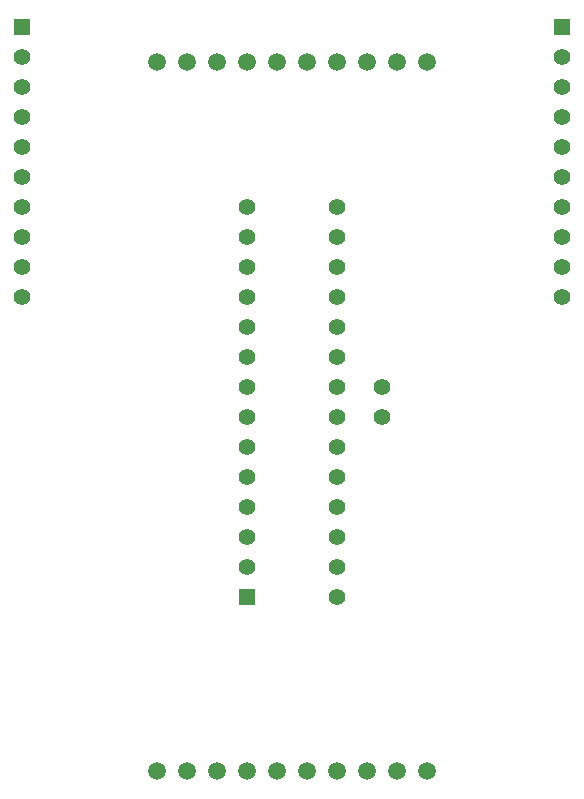
<source format=gts>
G04 (created by PCBNEW (2013-07-07 BZR 4022)-stable) date 9/10/2014 12:23:06 PM*
%MOIN*%
G04 Gerber Fmt 3.4, Leading zero omitted, Abs format*
%FSLAX34Y34*%
G01*
G70*
G90*
G04 APERTURE LIST*
%ADD10C,0.00590551*%
%ADD11R,0.055X0.055*%
%ADD12C,0.055*%
%ADD13C,0.0590551*%
G04 APERTURE END LIST*
G54D10*
G54D11*
X37500Y-16000D03*
G54D12*
X37500Y-17000D03*
X37500Y-18000D03*
X37500Y-19000D03*
X37500Y-20000D03*
X37500Y-21000D03*
X37500Y-22000D03*
X37500Y-23000D03*
X37500Y-24000D03*
X37500Y-25000D03*
G54D11*
X19500Y-16000D03*
G54D12*
X19500Y-17000D03*
X19500Y-18000D03*
X19500Y-19000D03*
X19500Y-20000D03*
X19500Y-21000D03*
X19500Y-22000D03*
X19500Y-23000D03*
X19500Y-24000D03*
X19500Y-25000D03*
X27000Y-34000D03*
X27000Y-33000D03*
X27000Y-32000D03*
X27000Y-31000D03*
X27000Y-30000D03*
X27000Y-29000D03*
X27000Y-28000D03*
X27000Y-27000D03*
X27000Y-26000D03*
X27000Y-25000D03*
X27000Y-24000D03*
X27000Y-23000D03*
X27000Y-22000D03*
G54D11*
X27000Y-35000D03*
G54D12*
X30000Y-22000D03*
X30000Y-23000D03*
X30000Y-24000D03*
X30000Y-25000D03*
X30000Y-26000D03*
X30000Y-27000D03*
X30000Y-28000D03*
X30000Y-29000D03*
X30000Y-30000D03*
X30000Y-31000D03*
X30000Y-32000D03*
X30000Y-33000D03*
X30000Y-34000D03*
X30000Y-35000D03*
G54D13*
X27000Y-40811D03*
X26000Y-40811D03*
X25000Y-40811D03*
X24000Y-40811D03*
X28000Y-40811D03*
X29000Y-40811D03*
X30000Y-40811D03*
X31000Y-40811D03*
X32000Y-40811D03*
X33000Y-40811D03*
X33000Y-17188D03*
X32000Y-17188D03*
X31000Y-17188D03*
X30000Y-17188D03*
X29000Y-17188D03*
X28000Y-17188D03*
X27000Y-17188D03*
X26000Y-17188D03*
X25000Y-17188D03*
X24000Y-17188D03*
G54D12*
X31500Y-28000D03*
X31500Y-29000D03*
M02*

</source>
